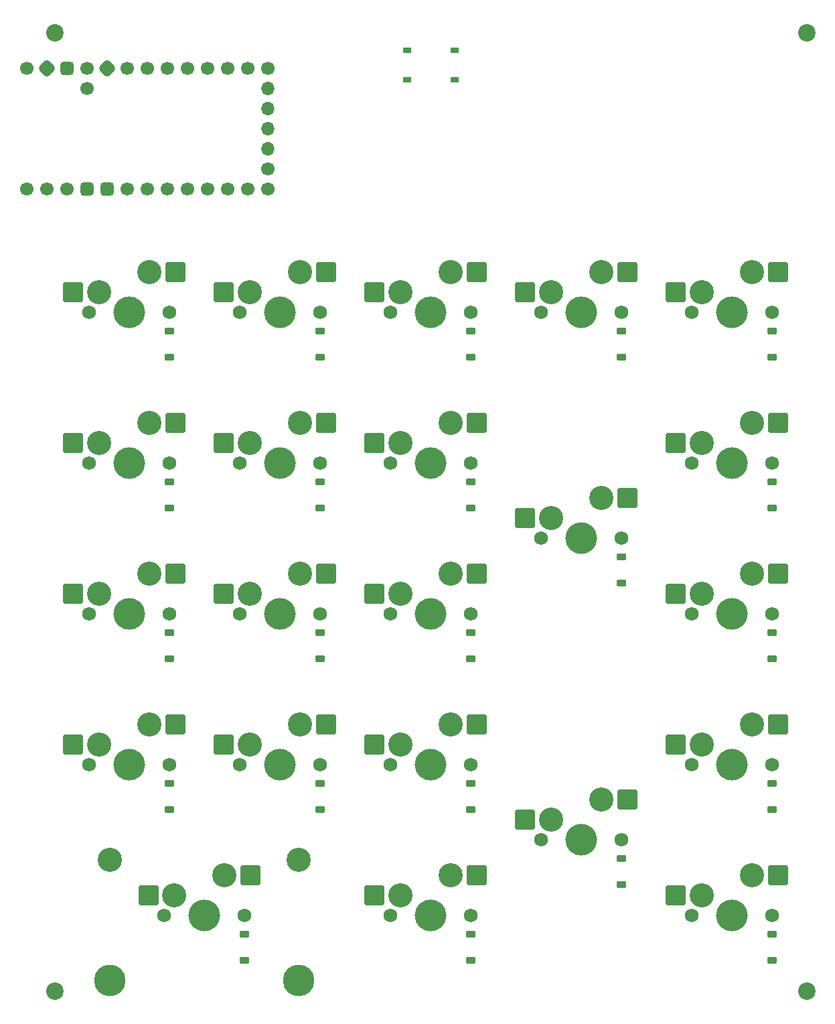
<source format=gbr>
%TF.GenerationSoftware,KiCad,Pcbnew,9.0.5*%
%TF.CreationDate,2025-11-02T15:14:47-08:00*%
%TF.ProjectId,MacroPad,4d616372-6f50-4616-942e-6b696361645f,rev?*%
%TF.SameCoordinates,Original*%
%TF.FileFunction,Soldermask,Bot*%
%TF.FilePolarity,Negative*%
%FSLAX46Y46*%
G04 Gerber Fmt 4.6, Leading zero omitted, Abs format (unit mm)*
G04 Created by KiCad (PCBNEW 9.0.5) date 2025-11-02 15:14:47*
%MOMM*%
%LPD*%
G01*
G04 APERTURE LIST*
G04 Aperture macros list*
%AMRoundRect*
0 Rectangle with rounded corners*
0 $1 Rounding radius*
0 $2 $3 $4 $5 $6 $7 $8 $9 X,Y pos of 4 corners*
0 Add a 4 corners polygon primitive as box body*
4,1,4,$2,$3,$4,$5,$6,$7,$8,$9,$2,$3,0*
0 Add four circle primitives for the rounded corners*
1,1,$1+$1,$2,$3*
1,1,$1+$1,$4,$5*
1,1,$1+$1,$6,$7*
1,1,$1+$1,$8,$9*
0 Add four rect primitives between the rounded corners*
20,1,$1+$1,$2,$3,$4,$5,0*
20,1,$1+$1,$4,$5,$6,$7,0*
20,1,$1+$1,$6,$7,$8,$9,0*
20,1,$1+$1,$8,$9,$2,$3,0*%
G04 Aperture macros list end*
%ADD10C,2.200000*%
%ADD11RoundRect,0.225000X0.375000X-0.225000X0.375000X0.225000X-0.375000X0.225000X-0.375000X-0.225000X0*%
%ADD12C,1.750000*%
%ADD13C,3.050000*%
%ADD14C,4.000000*%
%ADD15RoundRect,0.250000X-1.025000X-1.000000X1.025000X-1.000000X1.025000X1.000000X-1.025000X1.000000X0*%
%ADD16C,3.048000*%
%ADD17C,3.987800*%
%ADD18R,1.000000X0.750000*%
%ADD19RoundRect,0.425000X-0.601041X0.000000X0.000000X-0.601041X0.601041X0.000000X0.000000X0.601041X0*%
%ADD20C,1.700000*%
%ADD21RoundRect,0.425000X-0.425000X0.425000X-0.425000X-0.425000X0.425000X-0.425000X0.425000X0.425000X0*%
%ADD22RoundRect,0.425000X0.425000X-0.425000X0.425000X0.425000X-0.425000X0.425000X-0.425000X-0.425000X0*%
%ADD23O,1.700000X1.700000*%
G04 APERTURE END LIST*
D10*
%TO.C,REF\u002A\u002A*%
X50000000Y-46000000D03*
%TD*%
%TO.C,REF\u002A\u002A*%
X50000000Y-167000000D03*
%TD*%
%TO.C,REF\u002A\u002A*%
X145000000Y-167000000D03*
%TD*%
%TO.C,REF\u002A\u002A*%
X145000000Y-46000000D03*
%TD*%
D11*
%TO.C,D19*%
X73950000Y-163100000D03*
X73950000Y-159800000D03*
%TD*%
%TO.C,D12*%
X102525000Y-125000000D03*
X102525000Y-121700000D03*
%TD*%
%TO.C,D3*%
X102525000Y-86900000D03*
X102525000Y-83600000D03*
%TD*%
%TO.C,D21*%
X121575000Y-153575000D03*
X121575000Y-150275000D03*
%TD*%
%TO.C,D9*%
X140625000Y-105950000D03*
X140625000Y-102650000D03*
%TD*%
%TO.C,D5*%
X140625000Y-86900000D03*
X140625000Y-83600000D03*
%TD*%
%TO.C,D14*%
X140625000Y-125000000D03*
X140625000Y-121700000D03*
%TD*%
%TO.C,D15*%
X64425000Y-144050000D03*
X64425000Y-140750000D03*
%TD*%
%TO.C,D6*%
X64425000Y-105950000D03*
X64425000Y-102650000D03*
%TD*%
%TO.C,D11*%
X83475000Y-125000000D03*
X83475000Y-121700000D03*
%TD*%
%TO.C,D2*%
X83475000Y-86900000D03*
X83475000Y-83600000D03*
%TD*%
%TO.C,D1*%
X64425000Y-86900000D03*
X64425000Y-83600000D03*
%TD*%
%TO.C,D4*%
X121575000Y-86900000D03*
X121575000Y-83600000D03*
%TD*%
%TO.C,D13*%
X121575000Y-115475000D03*
X121575000Y-112175000D03*
%TD*%
%TO.C,D10*%
X64425000Y-125000000D03*
X64425000Y-121700000D03*
%TD*%
%TO.C,D17*%
X102525000Y-144050000D03*
X102525000Y-140750000D03*
%TD*%
%TO.C,D18*%
X140625000Y-144050000D03*
X140625000Y-140750000D03*
%TD*%
%TO.C,D7*%
X83475000Y-105950000D03*
X83475000Y-102650000D03*
%TD*%
%TO.C,D8*%
X102525000Y-105950000D03*
X102525000Y-102650000D03*
%TD*%
%TO.C,D22*%
X140625000Y-163100000D03*
X140625000Y-159800000D03*
%TD*%
%TO.C,D20*%
X102525000Y-163100000D03*
X102525000Y-159800000D03*
%TD*%
%TO.C,D16*%
X83475000Y-144050000D03*
X83475000Y-140750000D03*
%TD*%
D12*
%TO.C,SW16*%
X73315000Y-138400000D03*
D13*
X74585000Y-135860000D03*
D14*
X78395000Y-138400000D03*
D13*
X80935000Y-133320000D03*
D12*
X83475000Y-138400000D03*
D15*
X71310000Y-135860000D03*
X84237000Y-133320000D03*
%TD*%
D16*
%TO.C,ST19*%
X56932000Y-150465000D03*
D17*
X56932000Y-165675000D03*
D16*
X80808000Y-150465000D03*
D17*
X80808000Y-165675000D03*
%TD*%
D12*
%TO.C,SW6*%
X54265000Y-100300000D03*
D13*
X55535000Y-97760000D03*
D14*
X59345000Y-100300000D03*
D13*
X61885000Y-95220000D03*
D12*
X64425000Y-100300000D03*
D15*
X52260000Y-97760000D03*
X65187000Y-95220000D03*
%TD*%
D12*
%TO.C,SW15*%
X54265000Y-138400000D03*
D13*
X55535000Y-135860000D03*
D14*
X59345000Y-138400000D03*
D13*
X61885000Y-133320000D03*
D12*
X64425000Y-138400000D03*
D15*
X52260000Y-135860000D03*
X65187000Y-133320000D03*
%TD*%
D12*
%TO.C,SW1*%
X54265000Y-81250000D03*
D13*
X55535000Y-78710000D03*
D14*
X59345000Y-81250000D03*
D13*
X61885000Y-76170000D03*
D12*
X64425000Y-81250000D03*
D15*
X52260000Y-78710000D03*
X65187000Y-76170000D03*
%TD*%
D12*
%TO.C,SW12*%
X92365000Y-119350000D03*
D13*
X93635000Y-116810000D03*
D14*
X97445000Y-119350000D03*
D13*
X99985000Y-114270000D03*
D12*
X102525000Y-119350000D03*
D15*
X90360000Y-116810000D03*
X103287000Y-114270000D03*
%TD*%
D12*
%TO.C,SW21*%
X111415000Y-147925000D03*
D13*
X112685000Y-145385000D03*
D14*
X116495000Y-147925000D03*
D13*
X119035000Y-142845000D03*
D12*
X121575000Y-147925000D03*
D15*
X109410000Y-145385000D03*
X122337000Y-142845000D03*
%TD*%
D12*
%TO.C,SW18*%
X130465000Y-138400000D03*
D13*
X131735000Y-135860000D03*
D14*
X135545000Y-138400000D03*
D13*
X138085000Y-133320000D03*
D12*
X140625000Y-138400000D03*
D15*
X128460000Y-135860000D03*
X141387000Y-133320000D03*
%TD*%
D12*
%TO.C,SW2*%
X73315000Y-81250000D03*
D13*
X74585000Y-78710000D03*
D14*
X78395000Y-81250000D03*
D13*
X80935000Y-76170000D03*
D12*
X83475000Y-81250000D03*
D15*
X71310000Y-78710000D03*
X84237000Y-76170000D03*
%TD*%
D12*
%TO.C,SW19*%
X63790000Y-157450000D03*
D13*
X65060000Y-154910000D03*
D14*
X68870000Y-157450000D03*
D13*
X71410000Y-152370000D03*
D12*
X73950000Y-157450000D03*
D15*
X61785000Y-154910000D03*
X74712000Y-152370000D03*
%TD*%
D12*
%TO.C,SW17*%
X92365000Y-138400000D03*
D13*
X93635000Y-135860000D03*
D14*
X97445000Y-138400000D03*
D13*
X99985000Y-133320000D03*
D12*
X102525000Y-138400000D03*
D15*
X90360000Y-135860000D03*
X103287000Y-133320000D03*
%TD*%
D12*
%TO.C,SW5*%
X130465000Y-81250000D03*
D13*
X131735000Y-78710000D03*
D14*
X135545000Y-81250000D03*
D13*
X138085000Y-76170000D03*
D12*
X140625000Y-81250000D03*
D15*
X128460000Y-78710000D03*
X141387000Y-76170000D03*
%TD*%
D12*
%TO.C,SW11*%
X73315000Y-119350000D03*
D13*
X74585000Y-116810000D03*
D14*
X78395000Y-119350000D03*
D13*
X80935000Y-114270000D03*
D12*
X83475000Y-119350000D03*
D15*
X71310000Y-116810000D03*
X84237000Y-114270000D03*
%TD*%
D12*
%TO.C,SW7*%
X73315000Y-100300000D03*
D13*
X74585000Y-97760000D03*
D14*
X78395000Y-100300000D03*
D13*
X80935000Y-95220000D03*
D12*
X83475000Y-100300000D03*
D15*
X71310000Y-97760000D03*
X84237000Y-95220000D03*
%TD*%
D12*
%TO.C,SW4*%
X111415000Y-81250000D03*
D13*
X112685000Y-78710000D03*
D14*
X116495000Y-81250000D03*
D13*
X119035000Y-76170000D03*
D12*
X121575000Y-81250000D03*
D15*
X109410000Y-78710000D03*
X122337000Y-76170000D03*
%TD*%
D12*
%TO.C,SW10*%
X54265000Y-119350000D03*
D13*
X55535000Y-116810000D03*
D14*
X59345000Y-119350000D03*
D13*
X61885000Y-114270000D03*
D12*
X64425000Y-119350000D03*
D15*
X52260000Y-116810000D03*
X65187000Y-114270000D03*
%TD*%
D12*
%TO.C,SW14*%
X130465000Y-119350000D03*
D13*
X131735000Y-116810000D03*
D14*
X135545000Y-119350000D03*
D13*
X138085000Y-114270000D03*
D12*
X140625000Y-119350000D03*
D15*
X128460000Y-116810000D03*
X141387000Y-114270000D03*
%TD*%
D12*
%TO.C,SW13*%
X111415000Y-109825000D03*
D13*
X112685000Y-107285000D03*
D14*
X116495000Y-109825000D03*
D13*
X119035000Y-104745000D03*
D12*
X121575000Y-109825000D03*
D15*
X109410000Y-107285000D03*
X122337000Y-104745000D03*
%TD*%
D12*
%TO.C,SW3*%
X92365000Y-81250000D03*
D13*
X93635000Y-78710000D03*
D14*
X97445000Y-81250000D03*
D13*
X99985000Y-76170000D03*
D12*
X102525000Y-81250000D03*
D15*
X90360000Y-78710000D03*
X103287000Y-76170000D03*
%TD*%
D12*
%TO.C,SW20*%
X92365000Y-157450000D03*
D13*
X93635000Y-154910000D03*
D14*
X97445000Y-157450000D03*
D13*
X99985000Y-152370000D03*
D12*
X102525000Y-157450000D03*
D15*
X90360000Y-154910000D03*
X103287000Y-152370000D03*
%TD*%
D12*
%TO.C,SW8*%
X92365000Y-100300000D03*
D13*
X93635000Y-97760000D03*
D14*
X97445000Y-100300000D03*
D13*
X99985000Y-95220000D03*
D12*
X102525000Y-100300000D03*
D15*
X90360000Y-97760000D03*
X103287000Y-95220000D03*
%TD*%
D12*
%TO.C,SW22*%
X130465000Y-157450000D03*
D13*
X131735000Y-154910000D03*
D14*
X135545000Y-157450000D03*
D13*
X138085000Y-152370000D03*
D12*
X140625000Y-157450000D03*
D15*
X128460000Y-154910000D03*
X141387000Y-152370000D03*
%TD*%
D12*
%TO.C,SW9*%
X130465000Y-100300000D03*
D13*
X131735000Y-97760000D03*
D14*
X135545000Y-100300000D03*
D13*
X138085000Y-95220000D03*
D12*
X140625000Y-100300000D03*
D15*
X128460000Y-97760000D03*
X141387000Y-95220000D03*
%TD*%
D18*
%TO.C,SWR*%
X100500000Y-48125000D03*
X94500000Y-48125000D03*
X100500000Y-51875000D03*
X94500000Y-51875000D03*
%TD*%
D19*
%TO.C,REF\u002A\u002A*%
X56540000Y-50460000D03*
D20*
X76860000Y-50460000D03*
X74320000Y-50460000D03*
X71780000Y-50460000D03*
X69240000Y-50460000D03*
X66700000Y-50460000D03*
X64160000Y-50460000D03*
X61620000Y-50460000D03*
X59080000Y-50460000D03*
X46380000Y-65700000D03*
X46380000Y-50460000D03*
D21*
X51460000Y-50460000D03*
D22*
X56540000Y-65700000D03*
X54000000Y-65700000D03*
D20*
X48920000Y-65700000D03*
X51460000Y-65700000D03*
X59080000Y-65700000D03*
X61620000Y-65700000D03*
X64160000Y-65700000D03*
X66700000Y-65700000D03*
X69240000Y-65700000D03*
X71780000Y-65700000D03*
X74320000Y-65700000D03*
X76860000Y-65700000D03*
X76860000Y-63160000D03*
D23*
X76860000Y-60620000D03*
X76860000Y-58080000D03*
X76860000Y-55540000D03*
X76860000Y-53000000D03*
D20*
X54000000Y-53000000D03*
D19*
X48920000Y-50460000D03*
D20*
X54000000Y-50460000D03*
%TD*%
M02*

</source>
